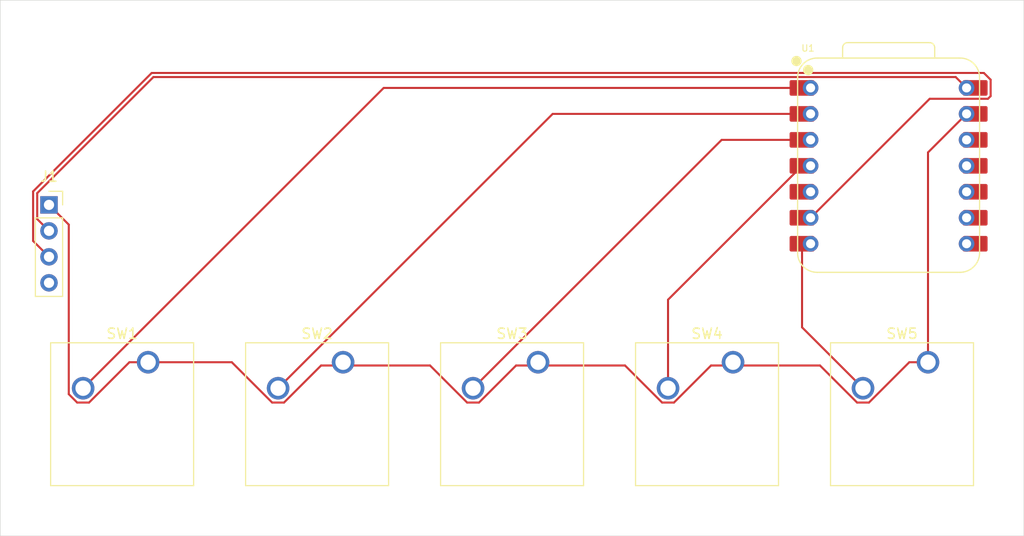
<source format=kicad_pcb>
(kicad_pcb (version 20241229) (generator "pcbnew") (generator_version "9.0")
  (layers (0 "F.Cu" signal) (2 "B.Cu" signal) (13 "F.Paste" user) (15 "B.Paste" user) (5 "F.SilkS" user "F.Silkscreen") (7 "B.SilkS" user "B.Silkscreen") (1 "F.Mask" user) (3 "B.Mask" user) (25 "Edge.Cuts" user))
  (net 0 "")
  (net 1 "GND")
  (net 2 "+5V")
  (net 3 "Net-(J1-Pin_3)")
  (net 4 "Net-(J1-Pin_4)")
  (net 5 "Net-(U1-GPIO26{slash}ADC0{slash}A0)")
  (net 6 "Net-(U1-GPIO27{slash}ADC1{slash}A1)")
  (net 7 "Net-(U1-GPIO28{slash}ADC2{slash}A2)")
  (net 8 "Net-(U1-GPIO29{slash}ADC3{slash}A3)")
  (net 9 "Net-(U1-GPIO0{slash}TX)")
  (footprint "OPL:XIAO-ESP32C3-DIP" (layer "F.Cu") (at 153.59 132.87375)
    (property "Reference" "U1" (at -8 -11.5 0) (layer "F.SilkS") (effects (font (size 0.635 0.635) (thickness 0.1016))))
    (property "Value" "XIAO-RP2040-DIP")
    (fp_line (start -9.01 8.509) (end -9.01 -8.636) (stroke (width 0.127)) (layer "F.SilkS"))
    (fp_line (start -7.105 10.414) (end 6.865 10.414) (stroke (width 0.127)) (layer "F.SilkS"))
    (fp_line (start -4.615 -10.541) (end -4.611272 -11.551272) (stroke (width 0.127)) (layer "F.SilkS"))
    (fp_line (start -4.111272 -12.051) (end 3.884 -12.051) (stroke (width 0.127)) (layer "F.SilkS"))
    (fp_line (start 4.384 -11.551) (end 4.384 -10.541) (stroke (width 0.127)) (layer "F.SilkS"))
    (fp_line (start 6.865 -10.541) (end -7.105 -10.541) (stroke (width 0.1)) (layer "F.SilkS"))
    (fp_line (start 6.865 -10.541) (end -7.105 -10.541) (stroke (width 0.127)) (layer "F.SilkS"))
    (fp_line (start 8.77 8.509) (end 8.77 -8.636) (stroke (width 0.127)) (layer "F.SilkS"))
    (fp_arc (start -9.01 -8.636) (mid -8.452038 -9.983038) (end -7.105 -10.541) (stroke (width 0.127)) (layer "F.SilkS"))
    (fp_arc (start -7.105 10.414) (mid -8.452038 9.856038) (end -9.01 8.509) (stroke (width 0.127)) (layer "F.SilkS"))
    (fp_arc (start -4.611272 -11.551272) (mid -4.464728 -11.90464) (end -4.111272 -12.051) (stroke (width 0.127)) (layer "F.SilkS"))
    (fp_arc (start 3.884 -12.051) (mid 4.237553 -11.904553) (end 4.384 -11.551) (stroke (width 0.127)) (layer "F.SilkS"))
    (fp_arc (start 6.865 -10.541) (mid 8.212038 -9.983038) (end 8.77 -8.636) (stroke (width 0.127)) (layer "F.SilkS"))
    (fp_arc (start 8.77 8.509) (mid 8.212038 9.856038) (end 6.865 10.414) (stroke (width 0.127)) (layer "F.SilkS"))
    (fp_circle (center -9.12 -10.25) (end -9.12 -10.504) (stroke (width 0.5)) (fill yes) (layer "F.SilkS"))
    (fp_circle (center -7.977 -9.37) (end -7.977 -9.624) (stroke (width 0.5)) (fill yes) (layer "F.SilkS"))
    (pad "1" smd roundrect (at -8.575 -7.62 180) (size 2.432 1.524) (layers "F.Cu" "F.Mask") (roundrect_rratio 0.1) (net 5 "Net-(U1-GPIO26{slash}ADC0{slash}A0)"))
    (pad "1" thru_hole circle (at -7.74 -7.62 180) (size 1.524 1.524) (drill 0.889) (layers "*.Cu" "*.Mask") (net 5 "Net-(U1-GPIO26{slash}ADC0{slash}A0)"))
    (pad "2" smd roundrect (at -8.575 -5.08 180) (size 2.432 1.524) (layers "F.Cu" "F.Mask") (roundrect_rratio 0.1) (net 6 "Net-(U1-GPIO27{slash}ADC1{slash}A1)"))
    (pad "2" thru_hole circle (at -7.74 -5.08 180) (size 1.524 1.524) (drill 0.889) (layers "*.Cu" "*.Mask") (net 6 "Net-(U1-GPIO27{slash}ADC1{slash}A1)"))
    (pad "3" smd roundrect (at -8.575 -2.54 180) (size 2.432 1.524) (layers "F.Cu" "F.Mask") (roundrect_rratio 0.1) (net 7 "Net-(U1-GPIO28{slash}ADC2{slash}A2)"))
    (pad "3" thru_hole circle (at -7.74 -2.54 180) (size 1.524 1.524) (drill 0.889) (layers "*.Cu" "*.Mask") (net 7 "Net-(U1-GPIO28{slash}ADC2{slash}A2)"))
    (pad "4" smd roundrect (at -8.575 0 180) (size 2.432 1.524) (layers "F.Cu" "F.Mask") (roundrect_rratio 0.1) (net 8 "Net-(U1-GPIO29{slash}ADC3{slash}A3)"))
    (pad "4" thru_hole circle (at -7.74 0 180) (size 1.524 1.524) (drill 0.889) (layers "*.Cu" "*.Mask") (net 8 "Net-(U1-GPIO29{slash}ADC3{slash}A3)"))
    (pad "5" smd roundrect (at -8.575 2.54 180) (size 2.432 1.524) (layers "F.Cu" "F.Mask") (roundrect_rratio 0.1) (net 4 "Net-(J1-Pin_4)"))
    (pad "5" thru_hole circle (at -7.74 2.54 180) (size 1.524 1.524) (drill 0.889) (layers "*.Cu" "*.Mask") (net 4 "Net-(J1-Pin_4)"))
    (pad "6" smd roundrect (at -8.575 5.08 180) (size 2.432 1.524) (layers "F.Cu" "F.Mask") (roundrect_rratio 0.1) (net 3 "Net-(J1-Pin_3)"))
    (pad "6" thru_hole circle (at -7.74 5.08 180) (size 1.524 1.524) (drill 0.889) (layers "*.Cu" "*.Mask") (net 3 "Net-(J1-Pin_3)"))
    (pad "7" smd roundrect (at -8.575 7.62 180) (size 2.432 1.524) (layers "F.Cu" "F.Mask") (roundrect_rratio 0.1) (net 9 "Net-(U1-GPIO0{slash}TX)"))
    (pad "7" thru_hole circle (at -7.74 7.62 180) (size 1.524 1.524) (drill 0.889) (layers "*.Cu" "*.Mask") (net 9 "Net-(U1-GPIO0{slash}TX)"))
    (pad "8" thru_hole circle (at 7.5 7.62) (size 1.524 1.524) (drill 0.889) (layers "*.Cu" "*.Mask"))
    (pad "8" smd roundrect (at 8.335 7.62) (size 2.432 1.524) (layers "F.Cu" "F.Mask") (roundrect_rratio 0.1))
    (pad "9" thru_hole circle (at 7.5 5.08) (size 1.524 1.524) (drill 0.889) (layers "*.Cu" "*.Mask"))
    (pad "9" smd roundrect (at 8.335 5.08) (size 2.432 1.524) (layers "F.Cu" "F.Mask") (roundrect_rratio 0.1))
    (pad "10" thru_hole circle (at 7.5 2.54) (size 1.524 1.524) (drill 0.889) (layers "*.Cu" "*.Mask"))
    (pad "10" smd roundrect (at 8.335 2.54) (size 2.432 1.524) (layers "F.Cu" "F.Mask") (roundrect_rratio 0.1))
    (pad "11" thru_hole circle (at 7.5 0) (size 1.524 1.524) (drill 0.889) (layers "*.Cu" "*.Mask"))
    (pad "11" smd roundrect (at 8.335 0) (size 2.432 1.524) (layers "F.Cu" "F.Mask") (roundrect_rratio 0.1))
    (pad "12" thru_hole circle (at 7.5 -2.54) (size 1.524 1.524) (drill 0.889) (layers "*.Cu" "*.Mask"))
    (pad "12" smd roundrect (at 8.335 -2.54) (size 2.432 1.524) (layers "F.Cu" "F.Mask") (roundrect_rratio 0.1))
    (pad "13" thru_hole circle (at 7.5 -5.08) (size 1.524 1.524) (drill 0.889) (layers "*.Cu" "*.Mask") (net 1 "GND"))
    (pad "13" smd roundrect (at 8.335 -5.08) (size 2.432 1.524) (layers "F.Cu" "F.Mask") (roundrect_rratio 0.1) (net 1 "GND"))
    (pad "14" thru_hole circle (at 7.5 -7.62) (size 1.524 1.524) (drill 0.889) (layers "*.Cu" "*.Mask") (net 2 "+5V"))
    (pad "14" smd roundrect (at 8.335 -7.62) (size 2.432 1.524) (layers "F.Cu" "F.Mask") (roundrect_rratio 0.1) (net 2 "+5V"))
  )
  (footprint "Button_Switch_Keyboard:SW_Cherry_MX_1.00u_PCB" (layer "F.Cu") (at 157.32125 152.0825)
    (property "Reference" "SW5" (at -2.54 -2.794 0) (layer "F.SilkS"))
    (property "Value" "SW_Push")
    (fp_line (start -9.525 -1.905) (end 4.445 -1.905) (stroke (width 0.12)) (layer "F.SilkS"))
    (fp_line (start -9.525 12.065) (end -9.525 -1.905) (stroke (width 0.12)) (layer "F.SilkS"))
    (fp_line (start 4.445 -1.905) (end 4.445 12.065) (stroke (width 0.12)) (layer "F.SilkS"))
    (fp_line (start 4.445 12.065) (end -9.525 12.065) (stroke (width 0.12)) (layer "F.SilkS"))
    (pad "" np_thru_hole circle (at -7.62 5.08) (size 1.7 1.7) (drill 1.7) (layers "*.Cu" "*.Mask"))
    (pad "" np_thru_hole circle (at -2.54 5.08) (size 4 4) (drill 4) (layers "*.Cu" "*.Mask"))
    (pad "" np_thru_hole circle (at 2.54 5.08) (size 1.7 1.7) (drill 1.7) (layers "*.Cu" "*.Mask"))
    (pad "1" thru_hole circle (at 0 0) (size 2.2 2.2) (drill 1.5) (layers "*.Cu" "*.Mask") (net 1 "GND"))
    (pad "2" thru_hole circle (at -6.35 2.54) (size 2.2 2.2) (drill 1.5) (layers "*.Cu" "*.Mask") (net 9 "Net-(U1-GPIO0{slash}TX)"))
  )
  (footprint "Connector_PinSocket_2.54mm:PinSocket_1x04_P2.54mm_Vertical" (layer "F.Cu") (at 71.4375 136.69375)
    (property "Reference" "J1" (at 0 -2.77 0) (layer "F.SilkS"))
    (property "Value" "Conn_01x04")
    (fp_line (start -1.33 1.27) (end -1.33 8.95) (stroke (width 0.12)) (layer "F.SilkS"))
    (fp_line (start -1.33 1.27) (end 1.33 1.27) (stroke (width 0.12)) (layer "F.SilkS"))
    (fp_line (start -1.33 8.95) (end 1.33 8.95) (stroke (width 0.12)) (layer "F.SilkS"))
    (fp_line (start 0 -1.33) (end 1.33 -1.33) (stroke (width 0.12)) (layer "F.SilkS"))
    (fp_line (start 1.33 -1.33) (end 1.33 0) (stroke (width 0.12)) (layer "F.SilkS"))
    (fp_line (start 1.33 1.27) (end 1.33 8.95) (stroke (width 0.12)) (layer "F.SilkS"))
    (pad "1" thru_hole rect (at 0 0) (size 1.7 1.7) (drill 1) (layers "*.Cu" "*.Mask") (net 1 "GND"))
    (pad "2" thru_hole circle (at 0 2.54) (size 1.7 1.7) (drill 1) (layers "*.Cu" "*.Mask") (net 2 "+5V"))
    (pad "3" thru_hole circle (at 0 5.08) (size 1.7 1.7) (drill 1) (layers "*.Cu" "*.Mask") (net 3 "Net-(J1-Pin_3)"))
    (pad "4" thru_hole circle (at 0 7.62) (size 1.7 1.7) (drill 1) (layers "*.Cu" "*.Mask") (net 4 "Net-(J1-Pin_4)"))
  )
  (footprint "Button_Switch_Keyboard:SW_Cherry_MX_1.00u_PCB" (layer "F.Cu") (at 100.17125 152.0825)
    (property "Reference" "SW2" (at -2.54 -2.794 0) (layer "F.SilkS"))
    (property "Value" "SW_Push")
    (fp_line (start -9.525 -1.905) (end 4.445 -1.905) (stroke (width 0.12)) (layer "F.SilkS"))
    (fp_line (start -9.525 12.065) (end -9.525 -1.905) (stroke (width 0.12)) (layer "F.SilkS"))
    (fp_line (start 4.445 -1.905) (end 4.445 12.065) (stroke (width 0.12)) (layer "F.SilkS"))
    (fp_line (start 4.445 12.065) (end -9.525 12.065) (stroke (width 0.12)) (layer "F.SilkS"))
    (pad "" np_thru_hole circle (at -7.62 5.08) (size 1.7 1.7) (drill 1.7) (layers "*.Cu" "*.Mask"))
    (pad "" np_thru_hole circle (at -2.54 5.08) (size 4 4) (drill 4) (layers "*.Cu" "*.Mask"))
    (pad "" np_thru_hole circle (at 2.54 5.08) (size 1.7 1.7) (drill 1.7) (layers "*.Cu" "*.Mask"))
    (pad "1" thru_hole circle (at 0 0) (size 2.2 2.2) (drill 1.5) (layers "*.Cu" "*.Mask") (net 1 "GND"))
    (pad "2" thru_hole circle (at -6.35 2.54) (size 2.2 2.2) (drill 1.5) (layers "*.Cu" "*.Mask") (net 6 "Net-(U1-GPIO27{slash}ADC1{slash}A1)"))
  )
  (footprint "Button_Switch_Keyboard:SW_Cherry_MX_1.00u_PCB" (layer "F.Cu") (at 81.12125 152.0825)
    (property "Reference" "SW1" (at -2.54 -2.794 0) (layer "F.SilkS"))
    (property "Value" "SW_Push")
    (fp_line (start -9.525 -1.905) (end 4.445 -1.905) (stroke (width 0.12)) (layer "F.SilkS"))
    (fp_line (start -9.525 12.065) (end -9.525 -1.905) (stroke (width 0.12)) (layer "F.SilkS"))
    (fp_line (start 4.445 -1.905) (end 4.445 12.065) (stroke (width 0.12)) (layer "F.SilkS"))
    (fp_line (start 4.445 12.065) (end -9.525 12.065) (stroke (width 0.12)) (layer "F.SilkS"))
    (pad "" np_thru_hole circle (at -7.62 5.08) (size 1.7 1.7) (drill 1.7) (layers "*.Cu" "*.Mask"))
    (pad "" np_thru_hole circle (at -2.54 5.08) (size 4 4) (drill 4) (layers "*.Cu" "*.Mask"))
    (pad "" np_thru_hole circle (at 2.54 5.08) (size 1.7 1.7) (drill 1.7) (layers "*.Cu" "*.Mask"))
    (pad "1" thru_hole circle (at 0 0) (size 2.2 2.2) (drill 1.5) (layers "*.Cu" "*.Mask") (net 1 "GND"))
    (pad "2" thru_hole circle (at -6.35 2.54) (size 2.2 2.2) (drill 1.5) (layers "*.Cu" "*.Mask") (net 5 "Net-(U1-GPIO26{slash}ADC0{slash}A0)"))
  )
  (footprint "Button_Switch_Keyboard:SW_Cherry_MX_1.00u_PCB" (layer "F.Cu") (at 119.22125 152.0825)
    (property "Reference" "SW3" (at -2.54 -2.794 0) (layer "F.SilkS"))
    (property "Value" "SW_Push")
    (fp_line (start -9.525 -1.905) (end 4.445 -1.905) (stroke (width 0.12)) (layer "F.SilkS"))
    (fp_line (start -9.525 12.065) (end -9.525 -1.905) (stroke (width 0.12)) (layer "F.SilkS"))
    (fp_line (start 4.445 -1.905) (end 4.445 12.065) (stroke (width 0.12)) (layer "F.SilkS"))
    (fp_line (start 4.445 12.065) (end -9.525 12.065) (stroke (width 0.12)) (layer "F.SilkS"))
    (pad "" np_thru_hole circle (at -7.62 5.08) (size 1.7 1.7) (drill 1.7) (layers "*.Cu" "*.Mask"))
    (pad "" np_thru_hole circle (at -2.54 5.08) (size 4 4) (drill 4) (layers "*.Cu" "*.Mask"))
    (pad "" np_thru_hole circle (at 2.54 5.08) (size 1.7 1.7) (drill 1.7) (layers "*.Cu" "*.Mask"))
    (pad "1" thru_hole circle (at 0 0) (size 2.2 2.2) (drill 1.5) (layers "*.Cu" "*.Mask") (net 1 "GND"))
    (pad "2" thru_hole circle (at -6.35 2.54) (size 2.2 2.2) (drill 1.5) (layers "*.Cu" "*.Mask") (net 7 "Net-(U1-GPIO28{slash}ADC2{slash}A2)"))
  )
  (footprint "Button_Switch_Keyboard:SW_Cherry_MX_1.00u_PCB" (layer "F.Cu") (at 138.27125 152.0825)
    (property "Reference" "SW4" (at -2.54 -2.794 0) (layer "F.SilkS"))
    (property "Value" "SW_Push")
    (fp_line (start -9.525 -1.905) (end 4.445 -1.905) (stroke (width 0.12)) (layer "F.SilkS"))
    (fp_line (start -9.525 12.065) (end -9.525 -1.905) (stroke (width 0.12)) (layer "F.SilkS"))
    (fp_line (start 4.445 -1.905) (end 4.445 12.065) (stroke (width 0.12)) (layer "F.SilkS"))
    (fp_line (start 4.445 12.065) (end -9.525 12.065) (stroke (width 0.12)) (layer "F.SilkS"))
    (pad "" np_thru_hole circle (at -7.62 5.08) (size 1.7 1.7) (drill 1.7) (layers "*.Cu" "*.Mask"))
    (pad "" np_thru_hole circle (at -2.54 5.08) (size 4 4) (drill 4) (layers "*.Cu" "*.Mask"))
    (pad "" np_thru_hole circle (at 2.54 5.08) (size 1.7 1.7) (drill 1.7) (layers "*.Cu" "*.Mask"))
    (pad "1" thru_hole circle (at 0 0) (size 2.2 2.2) (drill 1.5) (layers "*.Cu" "*.Mask") (net 1 "GND"))
    (pad "2" thru_hole circle (at -6.35 2.54) (size 2.2 2.2) (drill 1.5) (layers "*.Cu" "*.Mask") (net 8 "Net-(U1-GPIO29{slash}ADC3{slash}A3)"))
  )
  (gr_rect (start 66.675 116.68125) (end 166.6875 169.06875) (stroke (width 0.05)) (fill no) (layer "Edge.Cuts"))
  (segment (start 108.667436 152.4) (end 112.290936 156.0235) (width 0.2) (layer "F.Cu") (net 1))
  (segment (start 146.767436 152.4) (end 150.390936 156.0235) (width 0.2) (layer "F.Cu") (net 1))
  (segment (start 131.340936 156.0235) (end 132.501564 156.0235) (width 0.2) (layer "F.Cu") (net 1))
  (segment (start 112.290936 156.0235) (end 113.451564 156.0235) (width 0.2) (layer "F.Cu") (net 1))
  (segment (start 93.240936 156.0235) (end 94.401564 156.0235) (width 0.2) (layer "F.Cu") (net 1))
  (segment (start 157.32125 131.5625) (end 161.09 127.79375) (width 0.2) (layer "F.Cu") (net 1))
  (segment (start 75.351564 156.0235) (end 79.292564 152.0825) (width 0.2) (layer "F.Cu") (net 1))
  (segment (start 71.4375 136.69375) (end 73.37025 138.6265) (width 0.2) (layer "F.Cu") (net 1))
  (segment (start 157.32125 152.0825) (end 157.32125 131.5625) (width 0.2) (layer "F.Cu") (net 1))
  (segment (start 94.401564 156.0235) (end 98.025064 152.4) (width 0.2) (layer "F.Cu") (net 1))
  (segment (start 73.37025 155.202814) (end 74.190936 156.0235) (width 0.2) (layer "F.Cu") (net 1))
  (segment (start 127.717436 152.4) (end 131.340936 156.0235) (width 0.2) (layer "F.Cu") (net 1))
  (segment (start 98.025064 152.4) (end 108.667436 152.4) (width 0.2) (layer "F.Cu") (net 1))
  (segment (start 136.125064 152.4) (end 146.767436 152.4) (width 0.2) (layer "F.Cu") (net 1))
  (segment (start 150.390936 156.0235) (end 151.551564 156.0235) (width 0.2) (layer "F.Cu") (net 1))
  (segment (start 155.492564 152.0825) (end 157.32125 152.0825) (width 0.2) (layer "F.Cu") (net 1))
  (segment (start 117.075064 152.4) (end 127.717436 152.4) (width 0.2) (layer "F.Cu") (net 1))
  (segment (start 79.292564 152.0825) (end 81.12125 152.0825) (width 0.2) (layer "F.Cu") (net 1))
  (segment (start 132.501564 156.0235) (end 136.125064 152.4) (width 0.2) (layer "F.Cu") (net 1))
  (segment (start 89.299936 152.0825) (end 93.240936 156.0235) (width 0.2) (layer "F.Cu") (net 1))
  (segment (start 73.37025 138.6265) (end 73.37025 155.202814) (width 0.2) (layer "F.Cu") (net 1))
  (segment (start 74.190936 156.0235) (end 75.351564 156.0235) (width 0.2) (layer "F.Cu") (net 1))
  (segment (start 151.551564 156.0235) (end 155.492564 152.0825) (width 0.2) (layer "F.Cu") (net 1))
  (segment (start 113.451564 156.0235) (end 117.075064 152.4) (width 0.2) (layer "F.Cu") (net 1))
  (segment (start 81.12125 152.0825) (end 89.299936 152.0825) (width 0.2) (layer "F.Cu") (net 1))
  (segment (start 70.2865 138.08275) (end 70.2865 135.54275) (width 0.2) (layer "F.Cu") (net 2))
  (segment (start 71.4375 139.23375) (end 70.2865 138.08275) (width 0.2) (layer "F.Cu") (net 2))
  (segment (start 70.2865 135.54275) (end 81.6385 124.19075) (width 0.2) (layer "F.Cu") (net 2))
  (segment (start 160.027 124.19075) (end 161.09 125.25375) (width 0.2) (layer "F.Cu") (net 2))
  (segment (start 81.6385 124.19075) (end 160.027 124.19075) (width 0.2) (layer "F.Cu") (net 2))
  (segment (start 163.180626 126.31675) (end 157.487 126.31675) (width 0.2) (layer "F.Cu") (net 3))
  (segment (start 69.8855 135.37665) (end 81.4724 123.78975) (width 0.2) (layer "F.Cu") (net 3))
  (segment (start 163.442 126.055376) (end 163.180626 126.31675) (width 0.2) (layer "F.Cu") (net 3))
  (segment (start 163.442 124.452124) (end 163.442 126.055376) (width 0.2) (layer "F.Cu") (net 3))
  (segment (start 71.4375 141.77375) (end 69.8855 140.22175) (width 0.2) (layer "F.Cu") (net 3))
  (segment (start 81.4724 123.78975) (end 162.779626 123.78975) (width 0.2) (layer "F.Cu") (net 3))
  (segment (start 69.8855 140.22175) (end 69.8855 135.37665) (width 0.2) (layer "F.Cu") (net 3))
  (segment (start 157.487 126.31675) (end 145.85 137.95375) (width 0.2) (layer "F.Cu") (net 3))
  (segment (start 162.779626 123.78975) (end 163.442 124.452124) (width 0.2) (layer "F.Cu") (net 3))
  (segment (start 104.14 125.25375) (end 145.85 125.25375) (width 0.2) (layer "F.Cu") (net 5))
  (segment (start 74.77125 154.6225) (end 104.14 125.25375) (width 0.2) (layer "F.Cu") (net 5))
  (segment (start 93.82125 154.6225) (end 120.65 127.79375) (width 0.2) (layer "F.Cu") (net 6))
  (segment (start 120.65 127.79375) (end 145.015 127.79375) (width 0.2) (layer "F.Cu") (net 6))
  (segment (start 137.16 130.33375) (end 145.015 130.33375) (width 0.2) (layer "F.Cu") (net 7))
  (segment (start 112.87125 154.6225) (end 137.16 130.33375) (width 0.2) (layer "F.Cu") (net 7))
  (segment (start 131.92125 145.9675) (end 145.015 132.87375) (width 0.2) (layer "F.Cu") (net 8))
  (segment (start 131.92125 154.6225) (end 131.92125 145.9675) (width 0.2) (layer "F.Cu") (net 8))
  (segment (start 145.015 148.66625) (end 145.015 140.49375) (width 0.2) (layer "F.Cu") (net 9))
  (segment (start 150.97125 154.6225) (end 145.015 148.66625) (width 0.2) (layer "F.Cu") (net 9))
)
</source>
